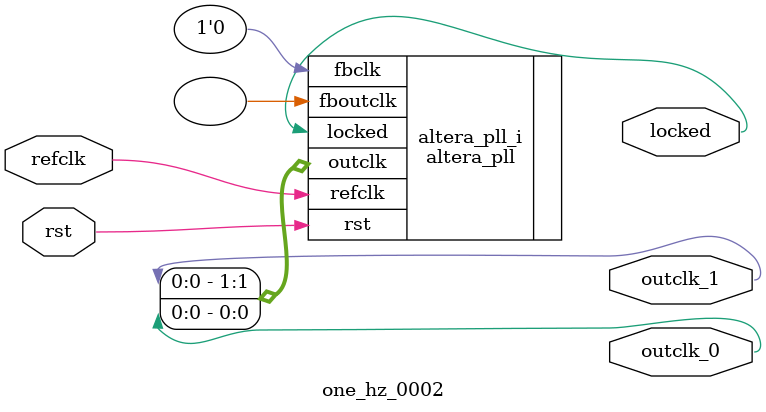
<source format=v>
`timescale 1ns/10ps
module  one_hz_0002(

	// interface 'refclk'
	input wire refclk,

	// interface 'reset'
	input wire rst,

	// interface 'outclk0'
	output wire outclk_0,

	// interface 'outclk1'
	output wire outclk_1,

	// interface 'locked'
	output wire locked
);

	altera_pll #(
		.fractional_vco_multiplier("false"),
		.reference_clock_frequency("100.0 MHz"),
		.operation_mode("direct"),
		.number_of_clocks(2),
		.output_clock_frequency0("100.000000 MHz"),
		.phase_shift0("0 ps"),
		.duty_cycle0(50),
		.output_clock_frequency1("50.000000 MHz"),
		.phase_shift1("0 ps"),
		.duty_cycle1(50),
		.output_clock_frequency2("0 MHz"),
		.phase_shift2("0 ps"),
		.duty_cycle2(50),
		.output_clock_frequency3("0 MHz"),
		.phase_shift3("0 ps"),
		.duty_cycle3(50),
		.output_clock_frequency4("0 MHz"),
		.phase_shift4("0 ps"),
		.duty_cycle4(50),
		.output_clock_frequency5("0 MHz"),
		.phase_shift5("0 ps"),
		.duty_cycle5(50),
		.output_clock_frequency6("0 MHz"),
		.phase_shift6("0 ps"),
		.duty_cycle6(50),
		.output_clock_frequency7("0 MHz"),
		.phase_shift7("0 ps"),
		.duty_cycle7(50),
		.output_clock_frequency8("0 MHz"),
		.phase_shift8("0 ps"),
		.duty_cycle8(50),
		.output_clock_frequency9("0 MHz"),
		.phase_shift9("0 ps"),
		.duty_cycle9(50),
		.output_clock_frequency10("0 MHz"),
		.phase_shift10("0 ps"),
		.duty_cycle10(50),
		.output_clock_frequency11("0 MHz"),
		.phase_shift11("0 ps"),
		.duty_cycle11(50),
		.output_clock_frequency12("0 MHz"),
		.phase_shift12("0 ps"),
		.duty_cycle12(50),
		.output_clock_frequency13("0 MHz"),
		.phase_shift13("0 ps"),
		.duty_cycle13(50),
		.output_clock_frequency14("0 MHz"),
		.phase_shift14("0 ps"),
		.duty_cycle14(50),
		.output_clock_frequency15("0 MHz"),
		.phase_shift15("0 ps"),
		.duty_cycle15(50),
		.output_clock_frequency16("0 MHz"),
		.phase_shift16("0 ps"),
		.duty_cycle16(50),
		.output_clock_frequency17("0 MHz"),
		.phase_shift17("0 ps"),
		.duty_cycle17(50),
		.pll_type("General"),
		.pll_subtype("General")
	) altera_pll_i (
		.rst	(rst),
		.outclk	({outclk_1, outclk_0}),
		.locked	(locked),
		.fboutclk	( ),
		.fbclk	(1'b0),
		.refclk	(refclk)
	);
endmodule


</source>
